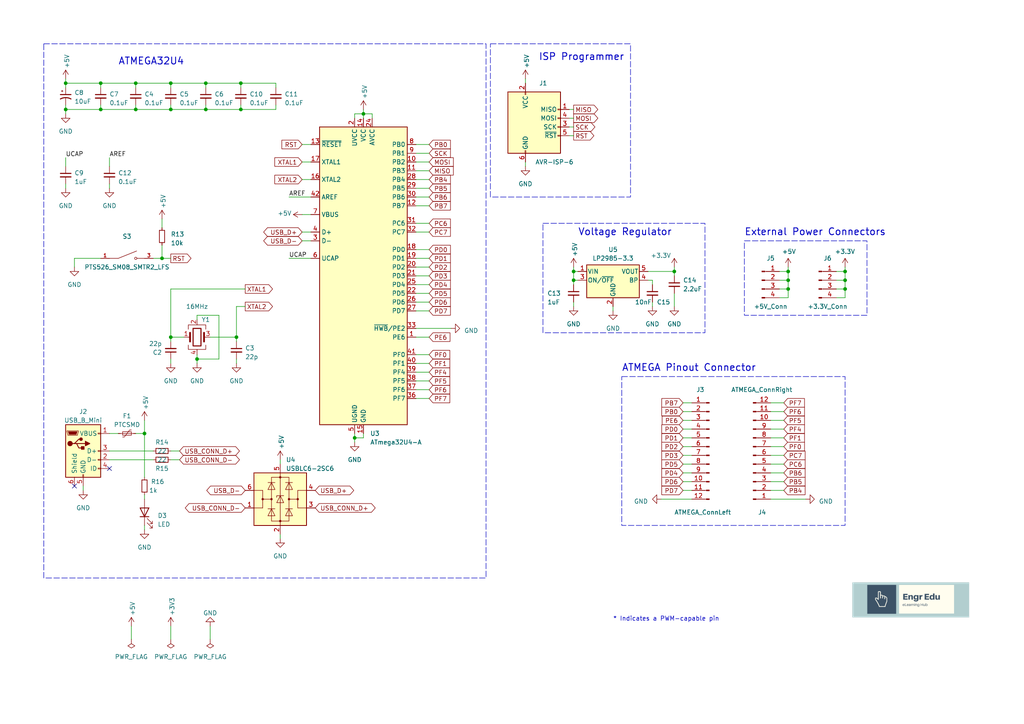
<source format=kicad_sch>
(kicad_sch (version 20230121) (generator eeschema)
  (paper "A4")
  (title_block (title "ATMEGA Kitchen Timer") (date "2023-04-11") (rev "1.0"))
  (lib_symbols
    (symbol "Connector:AVR-ISP-6" (pin_names (offset 1.016))
      (property "Reference" "J" (at -6.35 11.43 0))
      (property "Value" "AVR-ISP-6" (at 0 11.43 0))
      (symbol "AVR-ISP-6_1_1"
        (pin passive line (at 10.16 5.08 180) (length 2.54) (name "MISO") (number "1"))
        (pin passive line (at -2.54 12.7 270) (length 2.54) (name "VCC") (number "2"))
        (pin passive line (at 10.16 0 180) (length 2.54) (name "SCK") (number "3"))
        (pin passive line (at 10.16 2.54 180) (length 2.54) (name "MOSI") (number "4"))
        (pin passive line (at 10.16 -2.54 180) (length 2.54) (name "~{RST}") (number "5"))
        (pin passive line (at -2.54 -10.16 90) (length 2.54) (name "GND") (number "6"))
      )
    )
    (symbol "Connector:Conn_01x04_Pin" (pin_names (offset 1.016) hide)
      (property "Reference" "J" (at 0 5.08 0))
      (property "Value" "Conn_01x04_Pin" (at 0 -7.62 0))
      (symbol "Conn_01x04_Pin_1_1"
        (pin passive line (at 5.08 2.54 180) (length 3.81) (name "Pin_1") (number "1"))
        (pin passive line (at 5.08 0 180) (length 3.81) (name "Pin_2") (number "2"))
        (pin passive line (at 5.08 -2.54 180) (length 3.81) (name "Pin_3") (number "3"))
        (pin passive line (at 5.08 -5.08 180) (length 3.81) (name "Pin_4") (number "4"))
      )
    )
    (symbol "Connector:Conn_01x12_Pin" (pin_names (offset 1.016) hide)
      (property "Reference" "J" (at 0 15.24 0))
      (property "Value" "Conn_01x12_Pin" (at 0 -17.78 0))
      (symbol "Conn_01x12_Pin_1_1"
        (pin passive line (at 5.08 12.7 180) (length 3.81) (name "Pin_1") (number "1"))
        (pin passive line (at 5.08 -10.16 180) (length 3.81) (name "Pin_10") (number "10"))
        (pin passive line (at 5.08 -12.7 180) (length 3.81) (name "Pin_11") (number "11"))
        (pin passive line (at 5.08 -15.24 180) (length 3.81) (name "Pin_12") (number "12"))
        (pin passive line (at 5.08 10.16 180) (length 3.81) (name "Pin_2") (number "2"))
        (pin passive line (at 5.08 7.62 180) (length 3.81) (name "Pin_3") (number "3"))
        (pin passive line (at 5.08 5.08 180) (length 3.81) (name "Pin_4") (number "4"))
        (pin passive line (at 5.08 2.54 180) (length 3.81) (name "Pin_5") (number "5"))
        (pin passive line (at 5.08 0 180) (length 3.81) (name "Pin_6") (number "6"))
        (pin passive line (at 5.08 -2.54 180) (length 3.81) (name "Pin_7") (number "7"))
        (pin passive line (at 5.08 -5.08 180) (length 3.81) (name "Pin_8") (number "8"))
        (pin passive line (at 5.08 -7.62 180) (length 3.81) (name "Pin_9") (number "9"))
      )
    )
    (symbol "Connector:USB_B_Mini" (pin_names (offset 1.016))
      (property "Reference" "J" (at -5.08 11.43 0))
      (property "Value" "USB_B_Mini" (at -5.08 8.89 0))
      (symbol "USB_B_Mini_1_1"
        (pin power_out line (at 7.62 5.08 180) (length 2.54) (name "VBUS") (number "1"))
        (pin bidirectional line (at 7.62 -2.54 180) (length 2.54) (name "D-") (number "2"))
        (pin bidirectional line (at 7.62 0 180) (length 2.54) (name "D+") (number "3"))
        (pin passive line (at 7.62 -5.08 180) (length 2.54) (name "ID") (number "4"))
        (pin power_out line (at 0 -10.16 90) (length 2.54) (name "GND") (number "5"))
        (pin passive line (at -2.54 -10.16 90) (length 2.54) (name "Shield") (number "6"))
      )
    )
    (symbol "Device:C_Polarized_Small_US" (pin_numbers hide) (pin_names (offset 0.254) hide)
      (property "Reference" "C" (at 0.254 1.778 0))
      (property "Value" "C_Polarized_Small_US" (at 0.254 -2.032 0))
      (symbol "C_Polarized_Small_US_1_1"
        (pin passive line (at 0 2.54 270) (length 2.032) (name "~") (number "1"))
        (pin passive line (at 0 -2.54 90) (length 2.032) (name "~") (number "2"))
      )
    )
    (symbol "Device:C_Small" (pin_numbers hide) (pin_names (offset 0.254) hide)
      (property "Reference" "C" (at 0.254 1.778 0))
      (property "Value" "C_Small" (at 0.254 -2.032 0))
      (symbol "C_Small_1_1"
        (pin passive line (at 0 2.54 270) (length 2.032) (name "~") (number "1"))
        (pin passive line (at 0 -2.54 90) (length 2.032) (name "~") (number "2"))
      )
    )
    (symbol "Device:Crystal_GND24" (pin_names (offset 1.016) hide)
      (property "Reference" "Y" (at 3.175 5.08 0))
      (property "Value" "Crystal_GND24" (at 3.175 3.175 0))
      (symbol "Crystal_GND24_1_1"
        (pin passive line (at -3.81 0 0) (length 1.27) (name "1") (number "1"))
        (pin passive line (at 0 5.08 270) (length 1.27) (name "2") (number "2"))
        (pin passive line (at 3.81 0 180) (length 1.27) (name "3") (number "3"))
        (pin passive line (at 0 -5.08 90) (length 1.27) (name "4") (number "4"))
      )
    )
    (symbol "Device:LED" (pin_numbers hide) (pin_names (offset 1.016) hide)
      (property "Reference" "D" (at 0 2.54 0))
      (property "Value" "LED" (at 0 -2.54 0))
      (symbol "LED_1_1"
        (pin passive line (at -3.81 0 0) (length 2.54) (name "K") (number "1"))
        (pin passive line (at 3.81 0 180) (length 2.54) (name "A") (number "2"))
      )
    )
    (symbol "Device:Polyfuse_Small" (pin_numbers hide) (pin_names (offset 0))
      (property "Reference" "F" (at -1.905 0 90))
      (property "Value" "Polyfuse_Small" (at 1.905 0 90))
      (symbol "Polyfuse_Small_1_1"
        (pin passive line (at 0 2.54 270) (length 0.635) (name "~") (number "1"))
        (pin passive line (at 0 -2.54 90) (length 0.635) (name "~") (number "2"))
      )
    )
    (symbol "Device:R_Small" (pin_numbers hide) (pin_names (offset 0.254) hide)
      (property "Reference" "R" (at 0.762 0.508 0))
      (property "Value" "R_Small" (at 0.762 -1.016 0))
      (symbol "R_Small_1_1"
        (pin passive line (at 0 2.54 270) (length 0.762) (name "~") (number "1"))
        (pin passive line (at 0 -2.54 90) (length 0.762) (name "~") (number "2"))
      )
    )
    (symbol "GND_1" (power) (pin_names (offset 0))
      (property "Value" "GND_1" (at 0 -3.81 0))
      (symbol "GND_1_1_1"
        (pin power_in line (at 0 0 270) (length 0) hide (name "GND") (number "1"))
      )
    )
    (symbol "MCU_Microchip_ATmega:ATmega32U4-A"
      (property "Reference" "U" (at -12.7 44.45 0))
      (property "Value" "ATmega32U4-A" (at 2.54 -44.45 0))
      (symbol "ATmega32U4-A_1_1"
        (pin bidirectional line (at 15.24 -17.78 180) (length 2.54) (name "PE6") (number "1"))
        (pin bidirectional line (at 15.24 33.02 180) (length 2.54) (name "PB2") (number "10"))
        (pin bidirectional line (at 15.24 30.48 180) (length 2.54) (name "PB3") (number "11"))
        (pin bidirectional line (at 15.24 20.32 180) (length 2.54) (name "PB7") (number "12"))
        (pin input line (at -15.24 38.1 0) (length 2.54) (name "~{RESET}") (number "13"))
        (pin power_in line (at 0 45.72 270) (length 2.54) (name "VCC") (number "14"))
        (pin power_in line (at 0 -45.72 90) (length 2.54) (name "GND") (number "15"))
        (pin output line (at -15.24 27.94 0) (length 2.54) (name "XTAL2") (number "16"))
        (pin input line (at -15.24 33.02 0) (length 2.54) (name "XTAL1") (number "17"))
        (pin bidirectional line (at 15.24 7.62 180) (length 2.54) (name "PD0") (number "18"))
        (pin bidirectional line (at 15.24 5.08 180) (length 2.54) (name "PD1") (number "19"))
        (pin power_in line (at -2.54 45.72 270) (length 2.54) (name "UVCC") (number "2"))
        (pin bidirectional line (at 15.24 2.54 180) (length 2.54) (name "PD2") (number "20"))
        (pin bidirectional line (at 15.24 0 180) (length 2.54) (name "PD3") (number "21"))
        (pin bidirectional line (at 15.24 -5.08 180) (length 2.54) (name "PD5") (number "22"))
        (pin passive line (at 0 -45.72 90) (length 2.54) hide (name "GND") (number "23"))
        (pin power_in line (at 2.54 45.72 270) (length 2.54) (name "AVCC") (number "24"))
        (pin bidirectional line (at 15.24 -2.54 180) (length 2.54) (name "PD4") (number "25"))
        (pin bidirectional line (at 15.24 -7.62 180) (length 2.54) (name "PD6") (number "26"))
        (pin bidirectional line (at 15.24 -10.16 180) (length 2.54) (name "PD7") (number "27"))
        (pin bidirectional line (at 15.24 27.94 180) (length 2.54) (name "PB4") (number "28"))
        (pin bidirectional line (at 15.24 25.4 180) (length 2.54) (name "PB5") (number "29"))
        (pin bidirectional line (at -15.24 10.16 0) (length 2.54) (name "D-") (number "3"))
        (pin bidirectional line (at 15.24 22.86 180) (length 2.54) (name "PB6") (number "30"))
        (pin bidirectional line (at 15.24 15.24 180) (length 2.54) (name "PC6") (number "31"))
        (pin bidirectional line (at 15.24 12.7 180) (length 2.54) (name "PC7") (number "32"))
        (pin bidirectional line (at 15.24 -15.24 180) (length 2.54) (name "~{HWB}/PE2") (number "33"))
        (pin passive line (at 0 45.72 270) (length 2.54) hide (name "VCC") (number "34"))
        (pin passive line (at 0 -45.72 90) (length 2.54) hide (name "GND") (number "35"))
        (pin bidirectional line (at 15.24 -35.56 180) (length 2.54) (name "PF7") (number "36"))
        (pin bidirectional line (at 15.24 -33.02 180) (length 2.54) (name "PF6") (number "37"))
        (pin bidirectional line (at 15.24 -30.48 180) (length 2.54) (name "PF5") (number "38"))
        (pin bidirectional line (at 15.24 -27.94 180) (length 2.54) (name "PF4") (number "39"))
        (pin bidirectional line (at -15.24 12.7 0) (length 2.54) (name "D+") (number "4"))
        (pin bidirectional line (at 15.24 -25.4 180) (length 2.54) (name "PF1") (number "40"))
        (pin bidirectional line (at 15.24 -22.86 180) (length 2.54) (name "PF0") (number "41"))
        (pin passive line (at -15.24 22.86 0) (length 2.54) (name "AREF") (number "42"))
        (pin passive line (at 0 -45.72 90) (length 2.54) hide (name "GND") (number "43"))
        (pin passive line (at 2.54 45.72 270) (length 2.54) hide (name "AVCC") (number "44"))
        (pin passive line (at -2.54 -45.72 90) (length 2.54) (name "UGND") (number "5"))
        (pin passive line (at -15.24 5.08 0) (length 2.54) (name "UCAP") (number "6"))
        (pin input line (at -15.24 17.78 0) (length 2.54) (name "VBUS") (number "7"))
        (pin bidirectional line (at 15.24 38.1 180) (length 2.54) (name "PB0") (number "8"))
        (pin bidirectional line (at 15.24 35.56 180) (length 2.54) (name "PB1") (number "9"))
      )
    )
    (symbol "PTS526_SMD_Button:PTS526_SM08_SMTR2_LFS" (pin_names (offset 1.016))
      (property "Reference" "S" (at -2.54 2.54 0))
      (property "Value" "PTS526_SM08_SMTR2_LFS" (at -2.54 -2.54 0))
      (symbol "PTS526_SM08_SMTR2_LFS_0_0"
        (pin passive line (at -7.62 0 0) (length 2.54) (name "~") (number "1"))
        (pin passive line (at 7.62 0 180) (length 2.54) (name "~") (number "3"))
      )
    )
    (symbol "Power_Protection:USBLC6-2SC6" (pin_names hide)
      (property "Reference" "U" (at 2.54 8.89 0))
      (property "Value" "USBLC6-2SC6" (at 2.54 -8.89 0))
      (symbol "USBLC6-2SC6_1_1"
        (pin passive line (at -10.16 -2.54 0) (length 2.54) (name "I/O1") (number "1"))
        (pin passive line (at 0 -10.16 90) (length 2.54) (name "GND") (number "2"))
        (pin passive line (at 10.16 -2.54 180) (length 2.54) (name "I/O2") (number "3"))
        (pin passive line (at 10.16 2.54 180) (length 2.54) (name "I/O2") (number "4"))
        (pin passive line (at 0 10.16 270) (length 2.54) (name "VBUS") (number "5"))
        (pin passive line (at -10.16 2.54 0) (length 2.54) (name "I/O1") (number "6"))
      )
    )
    (symbol "Regulator_Linear:LP2985-3.3" (pin_names (offset 0.254))
      (property "Reference" "U" (at -6.35 5.715 0))
      (property "Value" "LP2985-3.3" (at 0 5.715 0))
      (symbol "LP2985-3.3_1_1"
        (pin power_in line (at -10.16 2.54 0) (length 2.54) (name "VIN") (number "1"))
        (pin power_in line (at 0 -7.62 90) (length 2.54) (name "GND") (number "2"))
        (pin input line (at -10.16 0 0) (length 2.54) (name "ON/~{OFF}") (number "3"))
        (pin input line (at 10.16 0 180) (length 2.54) (name "BP") (number "4"))
        (pin power_out line (at 10.16 2.54 180) (length 2.54) (name "VOUT") (number "5"))
      )
    )
    (symbol "power:+3.3V" (power) (pin_names (offset 0))
      (property "Value" "+3.3V" (at 0 3.556 0))
      (symbol "+3.3V_1_1"
        (pin power_in line (at 0 0 90) (length 0) hide (name "+3.3V") (number "1"))
      )
    )
    (symbol "power:+3V3" (power) (pin_names (offset 0))
      (property "Value" "+3V3" (at 0 3.556 0))
      (symbol "+3V3_1_1"
        (pin power_in line (at 0 0 90) (length 0) hide (name "+3V3") (number "1"))
      )
    )
    (symbol "power:+5V" (power) (pin_names (offset 0))
      (property "Value" "+5V" (at 0 3.556 0))
      (symbol "+5V_1_1"
        (pin power_in line (at 0 0 90) (length 0) hide (name "+5V") (number "1"))
      )
    )
    (symbol "power:GND" (power) (pin_names (offset 0))
      (property "Value" "GND" (at 0 -3.81 0))
      (symbol "GND_1_1"
        (pin power_in line (at 0 0 270) (length 0) hide (name "GND") (number "1"))
      )
    )
    (symbol "power:PWR_FLAG" (power) (pin_numbers hide) (pin_names (offset 0) hide)
      (property "Value" "PWR_FLAG" (at 0 3.81 0))
      (symbol "PWR_FLAG_0_0"
        (pin power_out line (at 0 0 90) (length 0) (name "pwr") (number "1"))
      )
    )
  )
  (junction (at 46.99 74.93))
  (junction (at 57.15 104.14))
  (junction (at 245.11 81.28))
  (junction (at 195.58 78.74))
  (junction (at 49.53 97.79))
  (junction (at 49.53 31.75))
  (junction (at 29.21 31.75))
  (junction (at 166.37 78.74))
  (junction (at 41.91 125.73))
  (junction (at 69.85 24.13))
  (junction (at 166.37 81.28))
  (junction (at 102.87 127))
  (junction (at 29.21 24.13))
  (junction (at 105.41 33.02))
  (junction (at 228.6 83.82))
  (junction (at 39.37 24.13))
  (junction (at 69.85 31.75))
  (junction (at 49.53 24.13))
  (junction (at 19.05 24.13))
  (junction (at 59.69 24.13))
  (junction (at 19.05 31.75))
  (junction (at 59.69 31.75))
  (junction (at 228.6 78.74))
  (junction (at 245.11 83.82))
  (junction (at 228.6 81.28))
  (junction (at 68.58 97.79))
  (junction (at 245.11 78.74))
  (junction (at 39.37 31.75))
  (no_connect (at 31.75 135.89))
  (no_connect (at 21.59 140.97))
  (wire (pts (xy 105.41 125.73) (xy 105.41 127)))
  (wire (pts (xy 195.58 77.47) (xy 195.58 78.74)))
  (wire (pts (xy 24.13 140.97) (xy 24.13 142.24)))
  (wire (pts (xy 19.05 24.13) (xy 19.05 25.4)))
  (wire (pts (xy 31.75 45.72) (xy 31.75 48.26)))
  (wire (pts (xy 226.06 86.36) (xy 228.6 86.36)))
  (wire (pts (xy 223.52 119.38) (xy 227.33 119.38)))
  (wire (pts (xy 120.65 41.91) (xy 124.46 41.91)))
  (wire (pts (xy 226.06 81.28) (xy 228.6 81.28)))
  (wire (pts (xy 80.01 25.4) (xy 80.01 24.13)))
  (wire (pts (xy 120.65 52.07) (xy 124.46 52.07)))
  (wire (pts (xy 39.37 24.13) (xy 49.53 24.13)))
  (wire (pts (xy 59.69 30.48) (xy 59.69 31.75)))
  (wire (pts (xy 19.05 31.75) (xy 19.05 33.02)))
  (wire (pts (xy 31.75 133.35) (xy 44.45 133.35)))
  (wire (pts (xy 245.11 78.74) (xy 245.11 77.47)))
  (wire (pts (xy 49.53 99.06) (xy 49.53 97.79)))
  (wire (pts (xy 223.52 132.08) (xy 227.33 132.08)))
  (wire (pts (xy 69.85 25.4) (xy 69.85 24.13)))
  (wire (pts (xy 57.15 104.14) (xy 57.15 105.41)))
  (wire (pts (xy 120.65 87.63) (xy 124.46 87.63)))
  (wire (pts (xy 69.85 24.13) (xy 80.01 24.13)))
  (wire (pts (xy 120.65 46.99) (xy 124.46 46.99)))
  (wire (pts (xy 49.53 24.13) (xy 59.69 24.13)))
  (wire (pts (xy 60.96 181.61) (xy 60.96 185.42)))
  (wire (pts (xy 198.12 132.08) (xy 200.66 132.08)))
  (wire (pts (xy 120.65 85.09) (xy 124.46 85.09)))
  (wire (pts (xy 57.15 91.44) (xy 63.5 91.44)))
  (wire (pts (xy 49.53 83.82) (xy 49.53 97.79)))
  (wire (pts (xy 120.65 72.39) (xy 124.46 72.39)))
  (wire (pts (xy 120.65 113.03) (xy 124.46 113.03)))
  (wire (pts (xy 120.65 67.31) (xy 124.46 67.31)))
  (wire (pts (xy 195.58 85.09) (xy 195.58 88.9)))
  (wire (pts (xy 105.41 33.02) (xy 105.41 34.29)))
  (wire (pts (xy 198.12 116.84) (xy 200.66 116.84)))
  (wire (pts (xy 46.99 63.5) (xy 46.99 66.04)))
  (wire (pts (xy 21.59 74.93) (xy 29.21 74.93)))
  (wire (pts (xy 120.65 57.15) (xy 124.46 57.15)))
  (wire (pts (xy 41.91 143.51) (xy 41.91 144.78)))
  (wire (pts (xy 105.41 31.75) (xy 105.41 33.02)))
  (wire (pts (xy 87.63 62.23) (xy 90.17 62.23)))
  (wire (pts (xy 189.23 87.63) (xy 189.23 88.9)))
  (wire (pts (xy 120.65 97.79) (xy 124.46 97.79)))
  (wire (pts (xy 38.1 181.61) (xy 38.1 185.42)))
  (wire (pts (xy 223.52 127) (xy 227.33 127)))
  (wire (pts (xy 57.15 102.87) (xy 57.15 104.14)))
  (wire (pts (xy 166.37 78.74) (xy 166.37 81.28)))
  (wire (pts (xy 120.65 115.57) (xy 124.46 115.57)))
  (wire (pts (xy 39.37 31.75) (xy 29.21 31.75)))
  (wire (pts (xy 87.63 67.31) (xy 90.17 67.31)))
  (wire (pts (xy 59.69 31.75) (xy 49.53 31.75)))
  (wire (pts (xy 242.57 78.74) (xy 245.11 78.74)))
  (wire (pts (xy 87.63 52.07) (xy 90.17 52.07)))
  (wire (pts (xy 242.57 86.36) (xy 245.11 86.36)))
  (wire (pts (xy 19.05 53.34) (xy 19.05 54.61)))
  (wire (pts (xy 49.53 181.61) (xy 49.53 185.42)))
  (wire (pts (xy 49.53 133.35) (xy 52.07 133.35)))
  (wire (pts (xy 198.12 127) (xy 200.66 127)))
  (wire (pts (xy 228.6 78.74) (xy 228.6 77.47)))
  (wire (pts (xy 166.37 77.47) (xy 166.37 78.74)))
  (wire (pts (xy 19.05 31.75) (xy 29.21 31.75)))
  (wire (pts (xy 39.37 30.48) (xy 39.37 31.75)))
  (wire (pts (xy 198.12 124.46) (xy 200.66 124.46)))
  (wire (pts (xy 69.85 31.75) (xy 80.01 31.75)))
  (wire (pts (xy 83.82 74.93) (xy 90.17 74.93)))
  (wire (pts (xy 81.28 133.35) (xy 81.28 134.62)))
  (wire (pts (xy 198.12 137.16) (xy 200.66 137.16)))
  (wire (pts (xy 198.12 121.92) (xy 200.66 121.92)))
  (wire (pts (xy 29.21 30.48) (xy 29.21 31.75)))
  (wire (pts (xy 120.65 90.17) (xy 124.46 90.17)))
  (wire (pts (xy 120.65 105.41) (xy 124.46 105.41)))
  (wire (pts (xy 245.11 86.36) (xy 245.11 83.82)))
  (wire (pts (xy 120.65 80.01) (xy 124.46 80.01)))
  (wire (pts (xy 102.87 125.73) (xy 102.87 127)))
  (wire (pts (xy 223.52 129.54) (xy 227.33 129.54)))
  (wire (pts (xy 166.37 87.63) (xy 166.37 88.9)))
  (wire (pts (xy 195.58 80.01) (xy 195.58 78.74)))
  (wire (pts (xy 105.41 127) (xy 102.87 127)))
  (wire (pts (xy 68.58 88.9) (xy 68.58 97.79)))
  (wire (pts (xy 102.87 127) (xy 102.87 128.27)))
  (wire (pts (xy 245.11 81.28) (xy 245.11 78.74)))
  (wire (pts (xy 198.12 119.38) (xy 200.66 119.38)))
  (wire (pts (xy 242.57 81.28) (xy 245.11 81.28)))
  (wire (pts (xy 198.12 129.54) (xy 200.66 129.54)))
  (wire (pts (xy 120.65 74.93) (xy 124.46 74.93)))
  (wire (pts (xy 120.65 82.55) (xy 124.46 82.55)))
  (wire (pts (xy 29.21 24.13) (xy 39.37 24.13)))
  (wire (pts (xy 31.75 125.73) (xy 34.29 125.73)))
  (wire (pts (xy 191.77 144.78) (xy 200.66 144.78)))
  (wire (pts (xy 46.99 71.12) (xy 46.99 74.93)))
  (wire (pts (xy 165.1 36.83) (xy 166.37 36.83)))
  (wire (pts (xy 39.37 25.4) (xy 39.37 24.13)))
  (wire (pts (xy 120.65 107.95) (xy 124.46 107.95)))
  (wire (pts (xy 81.28 154.94) (xy 81.28 156.21)))
  (wire (pts (xy 31.75 53.34) (xy 31.75 54.61)))
  (wire (pts (xy 44.45 74.93) (xy 46.99 74.93)))
  (wire (pts (xy 187.96 81.28) (xy 189.23 81.28)))
  (wire (pts (xy 31.75 130.81) (xy 44.45 130.81)))
  (wire (pts (xy 223.52 142.24) (xy 227.33 142.24)))
  (wire (pts (xy 223.52 116.84) (xy 227.33 116.84)))
  (wire (pts (xy 49.53 25.4) (xy 49.53 24.13)))
  (wire (pts (xy 152.4 46.99) (xy 152.4 48.26)))
  (wire (pts (xy 242.57 83.82) (xy 245.11 83.82)))
  (wire (pts (xy 49.53 97.79) (xy 53.34 97.79)))
  (wire (pts (xy 120.65 64.77) (xy 124.46 64.77)))
  (wire (pts (xy 120.65 110.49) (xy 124.46 110.49)))
  (wire (pts (xy 102.87 33.02) (xy 105.41 33.02)))
  (wire (pts (xy 165.1 34.29) (xy 166.37 34.29)))
  (wire (pts (xy 49.53 130.81) (xy 52.07 130.81)))
  (wire (pts (xy 226.06 78.74) (xy 228.6 78.74)))
  (wire (pts (xy 195.58 78.74) (xy 187.96 78.74)))
  (wire (pts (xy 46.99 74.93) (xy 49.53 74.93)))
  (wire (pts (xy 223.52 134.62) (xy 227.33 134.62)))
  (wire (pts (xy 41.91 152.4) (xy 41.91 153.67)))
  (wire (pts (xy 49.53 31.75) (xy 39.37 31.75)))
  (wire (pts (xy 39.37 125.73) (xy 41.91 125.73)))
  (wire (pts (xy 63.5 91.44) (xy 63.5 104.14)))
  (wire (pts (xy 80.01 30.48) (xy 80.01 31.75)))
  (wire (pts (xy 120.65 59.69) (xy 124.46 59.69)))
  (wire (pts (xy 228.6 81.28) (xy 228.6 78.74)))
  (wire (pts (xy 107.95 33.02) (xy 105.41 33.02)))
  (wire (pts (xy 49.53 104.14) (xy 49.53 105.41)))
  (wire (pts (xy 41.91 121.92) (xy 41.91 125.73)))
  (wire (pts (xy 223.52 124.46) (xy 227.33 124.46)))
  (wire (pts (xy 223.52 144.78) (xy 233.68 144.78)))
  (wire (pts (xy 49.53 30.48) (xy 49.53 31.75)))
  (wire (pts (xy 166.37 81.28) (xy 167.64 81.28)))
  (wire (pts (xy 226.06 83.82) (xy 228.6 83.82)))
  (wire (pts (xy 83.82 57.15) (xy 90.17 57.15)))
  (wire (pts (xy 166.37 81.28) (xy 166.37 82.55)))
  (wire (pts (xy 120.65 102.87) (xy 124.46 102.87)))
  (wire (pts (xy 59.69 25.4) (xy 59.69 24.13)))
  (wire (pts (xy 41.91 125.73) (xy 41.91 138.43)))
  (wire (pts (xy 165.1 31.75) (xy 166.37 31.75)))
  (wire (pts (xy 59.69 31.75) (xy 69.85 31.75)))
  (wire (pts (xy 120.65 44.45) (xy 124.46 44.45)))
  (wire (pts (xy 107.95 34.29) (xy 107.95 33.02)))
  (wire (pts (xy 223.52 137.16) (xy 227.33 137.16)))
  (wire (pts (xy 165.1 39.37) (xy 166.37 39.37)))
  (wire (pts (xy 87.63 46.99) (xy 90.17 46.99)))
  (wire (pts (xy 177.8 88.9) (xy 177.8 90.17)))
  (wire (pts (xy 223.52 139.7) (xy 227.33 139.7)))
  (wire (pts (xy 19.05 24.13) (xy 29.21 24.13)))
  (wire (pts (xy 60.96 97.79) (xy 68.58 97.79)))
  (wire (pts (xy 68.58 104.14) (xy 68.58 105.41)))
  (wire (pts (xy 71.12 88.9) (xy 68.58 88.9)))
  (wire (pts (xy 69.85 30.48) (xy 69.85 31.75)))
  (wire (pts (xy 223.52 121.92) (xy 227.33 121.92)))
  (wire (pts (xy 71.12 83.82) (xy 49.53 83.82)))
  (wire (pts (xy 120.65 49.53) (xy 124.46 49.53)))
  (wire (pts (xy 87.63 41.91) (xy 90.17 41.91)))
  (wire (pts (xy 189.23 81.28) (xy 189.23 82.55)))
  (wire (pts (xy 120.65 77.47) (xy 124.46 77.47)))
  (wire (pts (xy 69.85 24.13) (xy 59.69 24.13)))
  (wire (pts (xy 198.12 142.24) (xy 200.66 142.24)))
  (wire (pts (xy 63.5 104.14) (xy 57.15 104.14)))
  (wire (pts (xy 19.05 45.72) (xy 19.05 48.26)))
  (wire (pts (xy 57.15 92.71) (xy 57.15 91.44)))
  (wire (pts (xy 19.05 30.48) (xy 19.05 31.75)))
  (wire (pts (xy 198.12 139.7) (xy 200.66 139.7)))
  (wire (pts (xy 68.58 97.79) (xy 68.58 99.06)))
  (wire (pts (xy 29.21 25.4) (xy 29.21 24.13)))
  (wire (pts (xy 245.11 83.82) (xy 245.11 81.28)))
  (wire (pts (xy 167.64 78.74) (xy 166.37 78.74)))
  (wire (pts (xy 87.63 69.85) (xy 90.17 69.85)))
  (wire (pts (xy 19.05 22.86) (xy 19.05 24.13)))
  (wire (pts (xy 102.87 34.29) (xy 102.87 33.02)))
  (wire (pts (xy 198.12 134.62) (xy 200.66 134.62)))
  (wire (pts (xy 21.59 77.47) (xy 21.59 74.93)))
  (wire (pts (xy 228.6 86.36) (xy 228.6 83.82)))
  (wire (pts (xy 120.65 95.25) (xy 130.81 95.25)))
  (wire (pts (xy 228.6 83.82) (xy 228.6 81.28)))
  (wire (pts (xy 120.65 54.61) (xy 124.46 54.61)))
  (wire (pts (xy 152.4 22.86) (xy 152.4 24.13)))
  (rectangle (start 142.24 12.7) (end 182.88 57.15) (stroke (width 0) (type dash)))
  (rectangle (start 157.48 64.77) (end 204.47 96.52) (stroke (width 0) (type dash)))
  (rectangle (start 12.7 12.7) (end 140.97 167.64) (stroke (width 0) (type dash)))
  (rectangle (start 180.34 109.22) (end 245.11 152.4) (stroke (width 0) (type dash)))
  (rectangle (start 215.9 69.85) (end 251.46 91.44) (stroke (width 0) (type dash)))
  (image (at 264.16 173.99) (scale 0.800628))
  (text "External Power Connectors" (at 215.9 68.58 0) (effects (font (size 2 2) (thickness 0.254) bold) (justify left bottom)))
  (text "Voltage Regulator" (at 167.64 68.58 0) (effects (font (size 2 2) (thickness 0.254) bold) (justify left bottom)))
  (text "ATMEGA32U4" (at 34.29 19.05 0) (effects (font (size 2 2) (thickness 0.254) bold) (justify left bottom)))
  (text "* Indicates a PWM-capable pin" (at 177.8 180.34 0) (effects (font (size 1.27 1.27)) (justify left bottom)))
  (text "ISP Programmer" (at 156.21 17.78 0) (effects (font (size 2 2) (thickness 0.254) bold) (justify left bottom)))
  (text "ATMEGA Pinout Connector" (at 180.34 107.95 0) (effects (font (size 2 2) (thickness 0.254) bold) (justify left bottom)))
  (label "UCAP" (at 19.05 45.72 0))
  (label "UCAP" (at 83.82 74.93 0))
  (label "AREF" (at 31.75 45.72 0))
  (label "AREF" (at 83.82 57.15 0))
  (global_label "XTAL1" (shape input) (at 87.63 46.99 180) (property "Intersheetrefs" "${INTERSHEET_REFS}" (effects hide)))
  (global_label "RST" (shape output) (at 49.53 74.93 0) (property "Intersheetrefs" "${INTERSHEET_REFS}" (effects hide)))
  (global_label "PF5" (shape input) (at 227.33 121.92 0) (property "Intersheetrefs" "${INTERSHEET_REFS}" (effects hide)))
  (global_label "PD1" (shape input) (at 198.12 127 180) (property "Intersheetrefs" "${INTERSHEET_REFS}" (effects hide)))
  (global_label "PE6" (shape input) (at 198.12 121.92 180) (property "Intersheetrefs" "${INTERSHEET_REFS}" (effects hide)))
  (global_label "XTAL2" (shape output) (at 71.12 88.9 0) (property "Intersheetrefs" "${INTERSHEET_REFS}" (effects hide)))
  (global_label "PB4" (shape input) (at 124.46 52.07 0) (property "Intersheetrefs" "${INTERSHEET_REFS}" (effects hide)))
  (global_label "PF7" (shape input) (at 124.46 115.57 0) (property "Intersheetrefs" "${INTERSHEET_REFS}" (effects hide)))
  (global_label "PC7" (shape input) (at 124.46 67.31 0) (property "Intersheetrefs" "${INTERSHEET_REFS}" (effects hide)))
  (global_label "PF6" (shape input) (at 227.33 119.38 0) (property "Intersheetrefs" "${INTERSHEET_REFS}" (effects hide)))
  (global_label "PF5" (shape input) (at 124.46 110.49 0) (property "Intersheetrefs" "${INTERSHEET_REFS}" (effects hide)))
  (global_label "PF0" (shape input) (at 227.33 129.54 0) (property "Intersheetrefs" "${INTERSHEET_REFS}" (effects hide)))
  (global_label "PC6" (shape input) (at 124.46 64.77 0) (property "Intersheetrefs" "${INTERSHEET_REFS}" (effects hide)))
  (global_label "PD2" (shape input) (at 198.12 129.54 180) (property "Intersheetrefs" "${INTERSHEET_REFS}" (effects hide)))
  (global_label "PD6" (shape input) (at 124.46 87.63 0) (property "Intersheetrefs" "${INTERSHEET_REFS}" (effects hide)))
  (global_label "RST" (shape output) (at 166.37 39.37 0) (property "Intersheetrefs" "${INTERSHEET_REFS}" (effects hide)))
  (global_label "USB_CONN_D-" (shape bidirectional) (at 71.12 147.32 180) (property "Intersheetrefs" "${INTERSHEET_REFS}" (effects hide)))
  (global_label "PD4" (shape input) (at 124.46 82.55 0) (property "Intersheetrefs" "${INTERSHEET_REFS}" (effects hide)))
  (global_label "PB6" (shape input) (at 124.46 57.15 0) (property "Intersheetrefs" "${INTERSHEET_REFS}" (effects hide)))
  (global_label "USB_D+" (shape bidirectional) (at 87.63 67.31 180) (property "Intersheetrefs" "${INTERSHEET_REFS}" (effects hide)))
  (global_label "MISO" (shape input) (at 124.46 49.53 0) (property "Intersheetrefs" "${INTERSHEET_REFS}" (effects hide)))
  (global_label "PB5" (shape input) (at 227.33 139.7 0) (property "Intersheetrefs" "${INTERSHEET_REFS}" (effects hide)))
  (global_label "USB_D-" (shape bidirectional) (at 87.63 69.85 180) (property "Intersheetrefs" "${INTERSHEET_REFS}" (effects hide)))
  (global_label "PB5" (shape input) (at 124.46 54.61 0) (property "Intersheetrefs" "${INTERSHEET_REFS}" (effects hide)))
  (global_label "USB_CONN_D+" (shape bidirectional) (at 52.07 130.81 0) (property "Intersheetrefs" "${INTERSHEET_REFS}" (effects hide)))
  (global_label "PB6" (shape input) (at 227.33 137.16 0) (property "Intersheetrefs" "${INTERSHEET_REFS}" (effects hide)))
  (global_label "SCK" (shape output) (at 166.37 36.83 0) (property "Intersheetrefs" "${INTERSHEET_REFS}" (effects hide)))
  (global_label "PF0" (shape input) (at 124.46 102.87 0) (property "Intersheetrefs" "${INTERSHEET_REFS}" (effects hide)))
  (global_label "PD7" (shape input) (at 124.46 90.17 0) (property "Intersheetrefs" "${INTERSHEET_REFS}" (effects hide)))
  (global_label "PB7" (shape input) (at 124.46 59.69 0) (property "Intersheetrefs" "${INTERSHEET_REFS}" (effects hide)))
  (global_label "USB_CONN_D+" (shape bidirectional) (at 91.44 147.32 0) (property "Intersheetrefs" "${INTERSHEET_REFS}" (effects hide)))
  (global_label "MOSI" (shape input) (at 124.46 46.99 0) (property "Intersheetrefs" "${INTERSHEET_REFS}" (effects hide)))
  (global_label "PD3" (shape input) (at 124.46 80.01 0) (property "Intersheetrefs" "${INTERSHEET_REFS}" (effects hide)))
  (global_label "PB0" (shape input) (at 124.46 41.91 0) (property "Intersheetrefs" "${INTERSHEET_REFS}" (effects hide)))
  (global_label "USB_D+" (shape bidirectional) (at 91.44 142.24 0) (property "Intersheetrefs" "${INTERSHEET_REFS}" (effects hide)))
  (global_label "PD0" (shape input) (at 124.46 72.39 0) (property "Intersheetrefs" "${INTERSHEET_REFS}" (effects hide)))
  (global_label "PF4" (shape input) (at 227.33 124.46 0) (property "Intersheetrefs" "${INTERSHEET_REFS}" (effects hide)))
  (global_label "PD3" (shape input) (at 198.12 132.08 180) (property "Intersheetrefs" "${INTERSHEET_REFS}" (effects hide)))
  (global_label "PD2" (shape input) (at 124.46 77.47 0) (property "Intersheetrefs" "${INTERSHEET_REFS}" (effects hide)))
  (global_label "XTAL1" (shape output) (at 71.12 83.82 0) (property "Intersheetrefs" "${INTERSHEET_REFS}" (effects hide)))
  (global_label "PD1" (shape input) (at 124.46 74.93 0) (property "Intersheetrefs" "${INTERSHEET_REFS}" (effects hide)))
  (global_label "PF4" (shape input) (at 124.46 107.95 0) (property "Intersheetrefs" "${INTERSHEET_REFS}" (effects hide)))
  (global_label "PD5" (shape input) (at 124.46 85.09 0) (property "Intersheetrefs" "${INTERSHEET_REFS}" (effects hide)))
  (global_label "XTAL2" (shape input) (at 87.63 52.07 180) (property "Intersheetrefs" "${INTERSHEET_REFS}" (effects hide)))
  (global_label "PB4" (shape input) (at 227.33 142.24 0) (property "Intersheetrefs" "${INTERSHEET_REFS}" (effects hide)))
  (global_label "PC6" (shape input) (at 227.33 134.62 0) (property "Intersheetrefs" "${INTERSHEET_REFS}" (effects hide)))
  (global_label "USB_D-" (shape bidirectional) (at 71.12 142.24 180) (property "Intersheetrefs" "${INTERSHEET_REFS}" (effects hide)))
  (global_label "PE6" (shape input) (at 124.46 97.79 0) (property "Intersheetrefs" "${INTERSHEET_REFS}" (effects hide)))
  (global_label "RST" (shape input) (at 87.63 41.91 180) (property "Intersheetrefs" "${INTERSHEET_REFS}" (effects hide)))
  (global_label "PB7" (shape input) (at 198.12 116.84 180) (property "Intersheetrefs" "${INTERSHEET_REFS}" (effects hide)))
  (global_label "PD7" (shape input) (at 198.12 142.24 180) (property "Intersheetrefs" "${INTERSHEET_REFS}" (effects hide)))
  (global_label "SCK" (shape input) (at 124.46 44.45 0) (property "Intersheetrefs" "${INTERSHEET_REFS}" (effects hide)))
  (global_label "PF7" (shape input) (at 227.33 116.84 0) (property "Intersheetrefs" "${INTERSHEET_REFS}" (effects hide)))
  (global_label "PC7" (shape input) (at 227.33 132.08 0) (property "Intersheetrefs" "${INTERSHEET_REFS}" (effects hide)))
  (global_label "PF1" (shape input) (at 227.33 127 0) (property "Intersheetrefs" "${INTERSHEET_REFS}" (effects hide)))
  (global_label "PD6" (shape input) (at 198.12 139.7 180) (property "Intersheetrefs" "${INTERSHEET_REFS}" (effects hide)))
  (global_label "PD5" (shape input) (at 198.12 134.62 180) (property "Intersheetrefs" "${INTERSHEET_REFS}" (effects hide)))
  (global_label "USB_CONN_D-" (shape bidirectional) (at 52.07 133.35 0) (property "Intersheetrefs" "${INTERSHEET_REFS}" (effects hide)))
  (global_label "MISO" (shape output) (at 166.37 31.75 0) (property "Intersheetrefs" "${INTERSHEET_REFS}" (effects hide)))
  (global_label "PF1" (shape input) (at 124.46 105.41 0) (property "Intersheetrefs" "${INTERSHEET_REFS}" (effects hide)))
  (global_label "PD0" (shape input) (at 198.12 124.46 180) (property "Intersheetrefs" "${INTERSHEET_REFS}" (effects hide)))
  (global_label "MOSI" (shape output) (at 166.37 34.29 0) (property "Intersheetrefs" "${INTERSHEET_REFS}" (effects hide)))
  (global_label "PF6" (shape input) (at 124.46 113.03 0) (property "Intersheetrefs" "${INTERSHEET_REFS}" (effects hide)))
  (global_label "PB0" (shape input) (at 198.12 119.38 180) (property "Intersheetrefs" "${INTERSHEET_REFS}" (effects hide)))
  (global_label "PD4" (shape input) (at 198.12 137.16 180) (property "Intersheetrefs" "${INTERSHEET_REFS}" (effects hide)))
  (symbol (lib_id "Device:C_Small") (at 49.53 27.94 0) (unit 1)
    (property "Reference" "C5" (at 52.07 27.3113 0) (effects (justify left)))
    (property "Value" "0.1uF" (at 52.07 29.8513 0) (effects (justify left)))
    (property "Footprint" "Capacitor_SMD:C_0603_1608Metric" (effects hide))
  )
  (symbol (lib_id "power:+5V") (at 19.05 22.86 0) (unit 1)
    (property "Reference" "#PWR023" (effects hide))
    (property "Value" "+5V" (at 19.4056 19.812 90) (effects (justify left)))
  )
  (symbol (lib_id "Device:R_Small") (at 46.99 130.81 90) (unit 1)
    (property "Reference" "R14" (at 46.99 128.27 90))
    (property "Value" "22" (at 46.99 130.81 90))
    (property "Footprint" "Resistor_SMD:R_0603_1608Metric" (effects hide))
  )
  (symbol (lib_id "power:GND") (at 102.87 128.27 0) (unit 1)
    (property "Reference" "#PWR03" (effects hide))
    (property "Value" "GND" (at 102.87 133.35 0))
  )
  (symbol (lib_id "power:+5V") (at 87.63 62.23 90) (unit 1)
    (property "Reference" "#PWR05" (effects hide))
    (property "Value" "+5V" (at 84.582 61.8744 90) (effects (justify left)))
  )
  (symbol (lib_id "power:GND") (at 31.75 54.61 0) (unit 1)
    (property "Reference" "#PWR025" (effects hide))
    (property "Value" "GND" (at 31.75 59.69 0))
  )
  (symbol (lib_id "power:GND") (at 195.58 88.9 0) (unit 1)
    (property "Reference" "#PWR044" (effects hide))
    (property "Value" "GND" (at 195.58 93.98 0))
  )
  (symbol (lib_id "Device:C_Small") (at 39.37 27.94 0) (unit 1)
    (property "Reference" "C4" (at 41.91 27.3113 0) (effects (justify left)))
    (property "Value" "0.1uF" (at 41.91 29.8513 0) (effects (justify left)))
    (property "Footprint" "Capacitor_SMD:C_0603_1608Metric" (effects hide))
  )
  (symbol (lib_id "power:+5V") (at 166.37 77.47 0) (unit 1)
    (property "Reference" "#PWR039" (effects hide))
    (property "Value" "+5V" (at 166.7256 74.422 90) (effects (justify left)))
  )
  (symbol (lib_id "Device:Crystal_GND24") (at 57.15 97.79 0) (unit 1)
    (property "Reference" "Y1" (at 59.69 92.71 0))
    (property "Value" "16MHz" (at 57.15 88.9 0))
    (property "Footprint" "Crystal:Crystal_SMD_Abracon_ABM8G-4Pin_3.2x2.5mm" (effects hide))
  )
  (symbol (lib_id "Device:R_Small") (at 41.91 140.97 0) (unit 1)
    (property "Reference" "R16" (at 45.72 139.7 0))
    (property "Value" "1k" (at 44.45 142.24 0))
    (property "Footprint" "Resistor_SMD:R_0603_1608Metric" (effects hide))
  )
  (symbol (lib_id "Device:C_Small") (at 19.05 50.8 0) (unit 1)
    (property "Reference" "C9" (at 21.59 50.1713 0) (effects (justify left)))
    (property "Value" "1uF" (at 21.59 52.7113 0) (effects (justify left)))
    (property "Footprint" "Capacitor_SMD:C_0603_1608Metric" (effects hide))
  )
  (symbol (lib_id "PTS526_SMD_Button:PTS526_SM08_SMTR2_LFS") (at 36.83 74.93 0) (unit 1)
    (property "Reference" "S3" (at 36.83 68.58 0))
    (property "Value" "PTS526_SM08_SMTR2_LFS" (at 36.83 77.47 0))
    (property "Footprint" "PTS526_SMD_Button:PTS526_SMD_Button" (effects hide))
    (property "STANDARD" "Manufacturer Recommendations" (effects hide))
    (property "MANUFACTURER" "C&K" (effects hide))
    (property "PARTREV" "20 mar 19" (effects hide))
    (property "MAXIMUM_PACKAGE_HEIGHT" "0.95mm" (effects hide))
  )
  (symbol (lib_id "Device:R_Small") (at 46.99 133.35 90) (unit 1)
    (property "Reference" "R15" (at 46.99 135.89 90))
    (property "Value" "22" (at 46.99 133.35 90))
    (property "Footprint" "Resistor_SMD:R_0603_1608Metric" (effects hide))
  )
  (symbol (lib_id "Device:C_Small") (at 69.85 27.94 0) (unit 1)
    (property "Reference" "C10" (at 72.39 27.3113 0) (effects (justify left)))
    (property "Value" "0.1uF" (at 72.39 29.8513 0) (effects (justify left)))
    (property "Footprint" "Capacitor_SMD:C_0603_1608Metric" (effects hide))
  )
  (symbol (lib_id "power:GND") (at 189.23 88.9 0) (unit 1)
    (property "Reference" "#PWR043" (effects hide))
    (property "Value" "GND" (at 189.23 93.98 0))
  )
  (symbol (lib_id "power:GND") (at 49.53 105.41 0) (unit 1)
    (property "Reference" "#PWR026" (effects hide))
    (property "Value" "GND" (at 49.53 110.49 0))
  )
  (symbol (lib_id "power:PWR_FLAG") (at 38.1 185.42 180) (unit 1)
    (property "Reference" "#FLG02" (effects hide))
    (property "Value" "PWR_FLAG" (at 38.1 190.5 0))
  )
  (symbol (lib_id "Device:C_Small") (at 29.21 27.94 0) (unit 1)
    (property "Reference" "C7" (at 31.75 27.3113 0) (effects (justify left)))
    (property "Value" "0.1uF" (at 31.75 29.8513 0) (effects (justify left)))
    (property "Footprint" "Capacitor_SMD:C_0603_1608Metric" (effects hide))
  )
  (symbol (lib_id "power:GND") (at 130.81 95.25 90) (unit 1)
    (property "Reference" "#PWR021" (effects hide))
    (property "Value" "GND" (at 134.62 95.885 90) (effects (justify right)))
  )
  (symbol (lib_id "Device:Polyfuse_Small") (at 36.83 125.73 90) (unit 1)
    (property "Reference" "F1" (at 36.83 120.65 90))
    (property "Value" "PTCSMD" (at 36.83 123.19 90))
    (property "Footprint" "Fuse:Fuse_1812_4532Metric" (effects hide))
  )
  (symbol (lib_id "Connector:USB_B_Mini") (at 24.13 130.81 0) (unit 1)
    (property "Reference" "J2" (at 24.13 119.38 0))
    (property "Value" "USB_B_Mini" (at 24.13 121.92 0))
    (property "Footprint" "Connector_USB:USB_Mini-B_Lumberg_2486_01_Horizontal" (effects hide))
  )
  (symbol (lib_id "power:+5V") (at 38.1 181.61 0) (unit 1)
    (property "Reference" "#PWR018" (effects hide))
    (property "Value" "+5V" (at 38.4556 178.562 90) (effects (justify left)))
  )
  (symbol (lib_id "power:GND") (at 41.91 153.67 0) (unit 1)
    (property "Reference" "#PWR030" (effects hide))
    (property "Value" "GND" (at 41.91 158.75 0))
  )
  (symbol (lib_id "power:+5V") (at 152.4 22.86 0) (unit 1)
    (property "Reference" "#PWR034" (effects hide))
    (property "Value" "+5V" (at 152.7556 19.812 90) (effects (justify left)))
  )
  (symbol (lib_id "power:PWR_FLAG") (at 49.53 185.42 180) (unit 1)
    (property "Reference" "#FLG03" (effects hide))
    (property "Value" "PWR_FLAG" (at 49.53 190.5 0))
  )
  (symbol (lib_id "Device:C_Small") (at 68.58 101.6 0) (unit 1)
    (property "Reference" "C3" (at 71.12 100.9713 0) (effects (justify left)))
    (property "Value" "22p" (at 71.12 103.5113 0) (effects (justify left)))
    (property "Footprint" "Capacitor_SMD:C_0603_1608Metric" (effects hide))
  )
  (symbol (lib_id "Regulator_Linear:LP2985-3.3") (at 177.8 81.28 0) (unit 1)
    (property "Reference" "U5" (at 177.8 72.39 0))
    (property "Value" "LP2985-3.3" (at 177.8 74.93 0))
    (property "Footprint" "Package_TO_SOT_SMD:SOT-23-5" (effects hide))
    (property "Datasheet" "http://www.ti.com/lit/ds/symlink/lp2985.pdf" (effects hide))
  )
  (symbol (lib_id "Connector:Conn_01x12_Pin") (at 218.44 132.08 0) (mirror x) (unit 1)
    (property "Reference" "J4" (at 222.25 148.59 0) (effects (justify right)))
    (property "Value" "ATMEGA_ConnRight" (at 229.87 113.03 0) (effects (justify right)))
    (property "Footprint" "Connector_PinHeader_2.54mm:PinHeader_1x12_P2.54mm_Vertical" (effects hide))
  )
  (symbol (lib_id "Device:C_Small") (at 189.23 85.09 0) (unit 1)
    (property "Reference" "C15" (at 190.5 87.63 0) (effects (justify left)))
    (property "Value" "10nF" (at 184.15 87.63 0) (effects (justify left)))
    (property "Footprint" "Capacitor_SMD:C_0603_1608Metric" (effects hide))
  )
  (symbol (lib_id "power:GND") (at 166.37 88.9 0) (unit 1)
    (property "Reference" "#PWR042" (effects hide))
    (property "Value" "GND" (at 166.37 93.98 0))
  )
  (symbol (lib_id "power:+5V") (at 81.28 133.35 0) (unit 1)
    (property "Reference" "#PWR033" (effects hide))
    (property "Value" "+5V" (at 81.6356 130.302 90) (effects (justify left)))
  )
  (symbol (lib_id "power:PWR_FLAG") (at 60.96 185.42 180) (unit 1)
    (property "Reference" "#FLG04" (effects hide))
    (property "Value" "PWR_FLAG" (at 60.96 190.5 0))
  )
  (symbol (lib_id "power:GND") (at 233.68 144.78 90) (unit 1)
    (property "Reference" "#PWR08" (effects hide))
    (property "Value" "GND" (at 237.49 145.415 90) (effects (justify right)))
  )
  (symbol (lib_name "GND_1") (lib_id "power:GND") (at 60.96 181.61 180) (unit 1)
    (property "Reference" "#PWR011" (effects hide))
    (property "Value" "GND" (at 60.96 177.8 0))
  )
  (symbol (lib_id "power:+5V") (at 41.91 121.92 0) (unit 1)
    (property "Reference" "#PWR029" (effects hide))
    (property "Value" "+5V" (at 42.2656 118.872 90) (effects (justify left)))
  )
  (symbol (lib_id "power:GND") (at 19.05 54.61 0) (unit 1)
    (property "Reference" "#PWR022" (effects hide))
    (property "Value" "GND" (at 19.05 59.69 0))
  )
  (symbol (lib_id "power:+3.3V") (at 195.58 77.47 0) (unit 1)
    (property "Reference" "#PWR040" (effects hide))
    (property "Value" "+3.3V" (at 191.67 74.116 0))
  )
  (symbol (lib_id "Device:C_Small") (at 195.58 82.55 0) (unit 1)
    (property "Reference" "C14" (at 198.12 81.28 0) (effects (justify left)))
    (property "Value" "2.2uF" (at 198.12 83.82 0) (effects (justify left)))
    (property "Footprint" "Capacitor_SMD:C_0603_1608Metric" (effects hide))
  )
  (symbol (lib_id "Device:LED") (at 41.91 148.59 90) (unit 1)
    (property "Reference" "D3" (at 45.72 149.5425 90) (effects (justify right)))
    (property "Value" "LED" (at 45.72 152.0825 90) (effects (justify right)))
    (property "Footprint" "LED_SMD:LED_0805_2012Metric" (effects hide))
  )
  (symbol (lib_id "power:+5V") (at 228.6 77.47 0) (unit 1)
    (property "Reference" "#PWR01" (effects hide))
    (property "Value" "+5V" (at 226.7958 72.9661 0) (effects (justify left)))
  )
  (symbol (lib_id "power:GND") (at 24.13 142.24 0) (unit 1)
    (property "Reference" "#PWR031" (effects hide))
    (property "Value" "GND" (at 24.13 147.32 0))
  )
  (symbol (lib_id "power:GND") (at 19.05 33.02 0) (unit 1)
    (property "Reference" "#PWR024" (effects hide))
    (property "Value" "GND" (at 19.05 38.1 0))
  )
  (symbol (lib_id "power:+3.3V") (at 245.11 77.47 0) (unit 1)
    (property "Reference" "#PWR02" (effects hide))
    (property "Value" "+3.3V" (at 245.0779 72.9661 0))
  )
  (symbol (lib_id "power:GND") (at 57.15 105.41 0) (unit 1)
    (property "Reference" "#PWR017" (effects hide))
    (property "Value" "GND" (at 57.15 110.49 0))
  )
  (symbol (lib_id "Device:C_Small") (at 80.01 27.94 0) (unit 1)
    (property "Reference" "C11" (at 82.55 27.3113 0) (effects (justify left)))
    (property "Value" "0.1uF" (at 82.55 29.8513 0) (effects (justify left)))
    (property "Footprint" "Capacitor_SMD:C_0603_1608Metric" (effects hide))
  )
  (symbol (lib_id "Connector:AVR-ISP-6") (at 154.94 36.83 0) (unit 1)
    (property "Reference" "J1" (at 158.75 24.13 0) (effects (justify right)))
    (property "Value" "AVR-ISP-6" (at 166.37 46.99 0) (effects (justify right)))
    (property "Footprint" "Connector_PinSocket_2.54mm:PinSocket_2x03_P2.54mm_Vertical" (effects hide))
    (property "Datasheet" " ~" (effects hide))
  )
  (symbol (lib_id "Device:C_Polarized_Small_US") (at 19.05 27.94 0) (unit 1)
    (property "Reference" "C8" (at 21.59 26.8732 0) (effects (justify left)))
    (property "Value" "10uF" (at 21.59 29.4132 0) (effects (justify left)))
    (property "Footprint" "Capacitor_SMD:C_0805_2012Metric" (effects hide))
  )
  (symbol (lib_id "Device:C_Small") (at 31.75 50.8 0) (unit 1)
    (property "Reference" "C12" (at 34.29 50.1713 0) (effects (justify left)))
    (property "Value" "0.1uF" (at 34.29 52.7113 0) (effects (justify left)))
    (property "Footprint" "Capacitor_SMD:C_0603_1608Metric" (effects hide))
  )
  (symbol (lib_id "power:GND") (at 81.28 156.21 0) (unit 1)
    (property "Reference" "#PWR032" (effects hide))
    (property "Value" "GND" (at 81.28 161.29 0))
  )
  (symbol (lib_id "power:GND") (at 177.8 90.17 0) (unit 1)
    (property "Reference" "#PWR041" (effects hide))
    (property "Value" "GND" (at 177.8 95.25 0))
  )
  (symbol (lib_id "power:GND") (at 68.58 105.41 0) (unit 1)
    (property "Reference" "#PWR045" (effects hide))
    (property "Value" "GND" (at 68.58 110.49 0))
  )
  (symbol (lib_id "Device:C_Small") (at 59.69 27.94 0) (unit 1)
    (property "Reference" "C6" (at 62.23 27.3113 0) (effects (justify left)))
    (property "Value" "0.1uF" (at 62.23 29.8513 0) (effects (justify left)))
    (property "Footprint" "Capacitor_SMD:C_0603_1608Metric" (effects hide))
  )
  (symbol (lib_id "power:GND") (at 152.4 48.26 0) (unit 1)
    (property "Reference" "#PWR035" (effects hide))
    (property "Value" "GND" (at 152.4 53.34 0))
  )
  (symbol (lib_id "power:GND") (at 21.59 77.47 0) (unit 1)
    (property "Reference" "#PWR027" (effects hide))
    (property "Value" "GND" (at 21.59 82.55 0))
  )
  (symbol (lib_id "power:GND") (at 191.77 144.78 270) (unit 1)
    (property "Reference" "#PWR09" (effects hide))
    (property "Value" "GND" (at 187.96 145.415 90) (effects (justify right)))
  )
  (symbol (lib_id "power:+5V") (at 105.41 31.75 0) (unit 1)
    (property "Reference" "#PWR04" (effects hide))
    (property "Value" "+5V" (at 105.7656 28.702 90) (effects (justify left)))
  )
  (symbol (lib_id "power:+5V") (at 46.99 63.5 0) (unit 1)
    (property "Reference" "#PWR028" (effects hide))
    (property "Value" "+5V" (at 47.3456 60.452 90) (effects (justify left)))
  )
  (symbol (lib_id "Device:C_Small") (at 49.53 101.6 180) (unit 1)
    (property "Reference" "C2" (at 46.99 102.2287 0) (effects (justify left)))
    (property "Value" "22p" (at 46.99 99.6887 0) (effects (justify left)))
    (property "Footprint" "Capacitor_SMD:C_0603_1608Metric" (effects hide))
  )
  (symbol (lib_id "Device:C_Small") (at 166.37 85.09 0) (unit 1)
    (property "Reference" "C13" (at 158.75 85.09 0) (effects (justify left)))
    (property "Value" "1uF" (at 158.75 87.63 0) (effects (justify left)))
    (property "Footprint" "Capacitor_SMD:C_0603_1608Metric" (effects hide))
  )
  (symbol (lib_id "Power_Protection:USBLC6-2SC6") (at 81.28 144.78 0) (unit 1)
    (property "Reference" "U4" (at 82.9311 133.35 0) (effects (justify left)))
    (property "Value" "USBLC6-2SC6" (at 82.9311 135.89 0) (effects (justify left)))
    (property "Footprint" "Package_TO_SOT_SMD:SOT-23-6" (effects hide))
    (property "Datasheet" "https://www.st.com/resource/en/datasheet/usblc6-2.pdf" (effects hide))
  )
  (symbol (lib_id "Connector:Conn_01x04_Pin") (at 220.98 81.28 0) (unit 1)
    (property "Reference" "J5" (at 223.52 74.93 0))
    (property "Value" "+5V_Conn" (at 223.52 88.9 0))
    (property "Footprint" "Connector_PinHeader_2.54mm:PinHeader_1x04_P2.54mm_Vertical" (effects hide))
  )
  (symbol (lib_id "Device:R_Small") (at 46.99 68.58 0) (unit 1)
    (property "Reference" "R13" (at 49.53 67.945 0) (effects (justify left)))
    (property "Value" "10k" (at 49.53 70.485 0) (effects (justify left)))
    (property "Footprint" "Resistor_SMD:R_0603_1608Metric" (effects hide))
  )
  (symbol (lib_id "Connector:Conn_01x12_Pin") (at 205.74 129.54 0) (mirror y) (unit 1)
    (property "Reference" "J3" (at 201.93 113.03 0) (effects (justify right)))
    (property "Value" "ATMEGA_ConnLeft" (at 195.58 148.59 0) (effects (justify right)))
    (property "Footprint" "Connector_PinHeader_2.54mm:PinHeader_1x12_P2.54mm_Vertical" (effects hide))
  )
  (symbol (lib_id "power:+3V3") (at 49.53 181.61 0) (unit 1)
    (property "Reference" "#PWR019" (effects hide))
    (property "Value" "+3.3V" (at 49.911 178.562 90) (effects (justify left)))
  )
  (symbol (lib_id "MCU_Microchip_ATmega:ATmega32U4-A") (at 105.41 80.01 0) (unit 1)
    (property "Reference" "U3" (at 107.3659 125.73 0) (effects (justify left)))
    (property "Value" "ATmega32U4-A" (at 107.3659 128.27 0) (effects (justify left)))
    (property "Footprint" "Package_QFP:TQFP-44_10x10mm_P0.8mm" (effects hide))
    (property "Datasheet" "http://ww1.microchip.com/downloads/en/DeviceDoc/Atmel-7766-8-bit-AVR-ATmega16U4-32U4_Datasheet.pdf" (effects hide))
  )
  (symbol (lib_id "Connector:Conn_01x04_Pin") (at 237.49 81.28 0) (unit 1)
    (property "Reference" "J6" (at 240.03 74.93 0))
    (property "Value" "+3.3V_Conn" (at 240.03 88.9 0))
    (property "Footprint" "Connector_PinHeader_2.54mm:PinHeader_1x04_P2.54mm_Vertical" (effects hide))
  )
)
</source>
